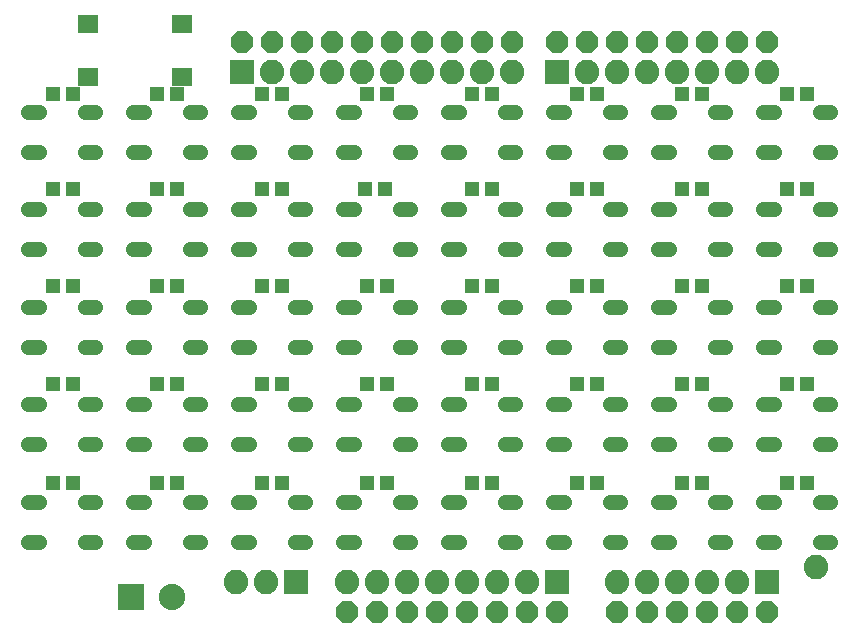
<source format=gts>
G75*
%MOIN*%
%OFA0B0*%
%FSLAX24Y24*%
%IPPOS*%
%LPD*%
%AMOC8*
5,1,8,0,0,1.08239X$1,22.5*
%
%ADD10OC8,0.0740*%
%ADD11C,0.0513*%
%ADD12R,0.0513X0.0474*%
%ADD13C,0.0880*%
%ADD14R,0.0880X0.0880*%
%ADD15R,0.0820X0.0820*%
%ADD16C,0.0820*%
%ADD17R,0.0690X0.0592*%
D10*
X013752Y001500D03*
X014752Y001500D03*
X015752Y001500D03*
X016752Y001500D03*
X017752Y001500D03*
X018752Y001500D03*
X019752Y001500D03*
X020752Y001500D03*
X022752Y001500D03*
X023752Y001500D03*
X024752Y001500D03*
X025752Y001500D03*
X026752Y001500D03*
X027752Y001500D03*
X027752Y020500D03*
X026752Y020500D03*
X025752Y020500D03*
X024752Y020500D03*
X023752Y020500D03*
X022752Y020500D03*
X021752Y020500D03*
X020752Y020500D03*
X019252Y020500D03*
X018252Y020500D03*
X017252Y020500D03*
X016252Y020500D03*
X015252Y020500D03*
X014252Y020500D03*
X013252Y020500D03*
X012252Y020500D03*
X011252Y020500D03*
X010252Y020500D03*
D11*
X003484Y003831D02*
X003130Y003831D01*
X003484Y003831D02*
X003484Y003831D01*
X003130Y003831D01*
X003130Y003831D01*
X003130Y005169D02*
X003484Y005169D01*
X003484Y005169D01*
X003130Y005169D01*
X003130Y005169D01*
X005020Y005169D02*
X005374Y005169D01*
X005374Y005169D01*
X005020Y005169D01*
X005020Y005169D01*
X005020Y003831D02*
X005374Y003831D01*
X005374Y003831D01*
X005020Y003831D01*
X005020Y003831D01*
X006630Y003831D02*
X006984Y003831D01*
X006984Y003831D01*
X006630Y003831D01*
X006630Y003831D01*
X006630Y005169D02*
X006984Y005169D01*
X006984Y005169D01*
X006630Y005169D01*
X006630Y005169D01*
X008520Y005169D02*
X008874Y005169D01*
X008874Y005169D01*
X008520Y005169D01*
X008520Y005169D01*
X010130Y005169D02*
X010484Y005169D01*
X010484Y005169D01*
X010130Y005169D01*
X010130Y005169D01*
X010130Y003831D02*
X010484Y003831D01*
X010484Y003831D01*
X010130Y003831D01*
X010130Y003831D01*
X008874Y003831D02*
X008520Y003831D01*
X008874Y003831D02*
X008874Y003831D01*
X008520Y003831D01*
X008520Y003831D01*
X012020Y003831D02*
X012374Y003831D01*
X012374Y003831D01*
X012020Y003831D01*
X012020Y003831D01*
X012020Y005169D02*
X012374Y005169D01*
X012374Y005169D01*
X012020Y005169D01*
X012020Y005169D01*
X013630Y005169D02*
X013984Y005169D01*
X013984Y005169D01*
X013630Y005169D01*
X013630Y005169D01*
X013630Y003831D02*
X013984Y003831D01*
X013984Y003831D01*
X013630Y003831D01*
X013630Y003831D01*
X015520Y003831D02*
X015874Y003831D01*
X015874Y003831D01*
X015520Y003831D01*
X015520Y003831D01*
X017130Y003831D02*
X017484Y003831D01*
X017484Y003831D01*
X017130Y003831D01*
X017130Y003831D01*
X017130Y005169D02*
X017484Y005169D01*
X017484Y005169D01*
X017130Y005169D01*
X017130Y005169D01*
X015874Y005169D02*
X015520Y005169D01*
X015874Y005169D02*
X015874Y005169D01*
X015520Y005169D01*
X015520Y005169D01*
X015520Y007081D02*
X015874Y007081D01*
X015874Y007081D01*
X015520Y007081D01*
X015520Y007081D01*
X017130Y007081D02*
X017484Y007081D01*
X017484Y007081D01*
X017130Y007081D01*
X017130Y007081D01*
X017130Y008419D02*
X017484Y008419D01*
X017484Y008419D01*
X017130Y008419D01*
X017130Y008419D01*
X015874Y008419D02*
X015520Y008419D01*
X015874Y008419D02*
X015874Y008419D01*
X015520Y008419D01*
X015520Y008419D01*
X013984Y008419D02*
X013630Y008419D01*
X013984Y008419D02*
X013984Y008419D01*
X013630Y008419D01*
X013630Y008419D01*
X012374Y008419D02*
X012020Y008419D01*
X012374Y008419D02*
X012374Y008419D01*
X012020Y008419D01*
X012020Y008419D01*
X012020Y007081D02*
X012374Y007081D01*
X012374Y007081D01*
X012020Y007081D01*
X012020Y007081D01*
X010484Y007081D02*
X010130Y007081D01*
X010484Y007081D02*
X010484Y007081D01*
X010130Y007081D01*
X010130Y007081D01*
X008874Y007081D02*
X008520Y007081D01*
X008874Y007081D02*
X008874Y007081D01*
X008520Y007081D01*
X008520Y007081D01*
X008520Y008419D02*
X008874Y008419D01*
X008874Y008419D01*
X008520Y008419D01*
X008520Y008419D01*
X010130Y008419D02*
X010484Y008419D01*
X010484Y008419D01*
X010130Y008419D01*
X010130Y008419D01*
X010130Y010331D02*
X010484Y010331D01*
X010484Y010331D01*
X010130Y010331D01*
X010130Y010331D01*
X008874Y010331D02*
X008520Y010331D01*
X008874Y010331D02*
X008874Y010331D01*
X008520Y010331D01*
X008520Y010331D01*
X008520Y011669D02*
X008874Y011669D01*
X008874Y011669D01*
X008520Y011669D01*
X008520Y011669D01*
X010130Y011669D02*
X010484Y011669D01*
X010484Y011669D01*
X010130Y011669D01*
X010130Y011669D01*
X012020Y011669D02*
X012374Y011669D01*
X012374Y011669D01*
X012020Y011669D01*
X012020Y011669D01*
X012020Y010331D02*
X012374Y010331D01*
X012374Y010331D01*
X012020Y010331D01*
X012020Y010331D01*
X013630Y010331D02*
X013984Y010331D01*
X013984Y010331D01*
X013630Y010331D01*
X013630Y010331D01*
X013630Y011669D02*
X013984Y011669D01*
X013984Y011669D01*
X013630Y011669D01*
X013630Y011669D01*
X015520Y011669D02*
X015874Y011669D01*
X015874Y011669D01*
X015520Y011669D01*
X015520Y011669D01*
X017130Y011669D02*
X017484Y011669D01*
X017484Y011669D01*
X017130Y011669D01*
X017130Y011669D01*
X017130Y010331D02*
X017484Y010331D01*
X017484Y010331D01*
X017130Y010331D01*
X017130Y010331D01*
X015874Y010331D02*
X015520Y010331D01*
X015874Y010331D02*
X015874Y010331D01*
X015520Y010331D01*
X015520Y010331D01*
X019020Y010331D02*
X019374Y010331D01*
X019374Y010331D01*
X019020Y010331D01*
X019020Y010331D01*
X019020Y011669D02*
X019374Y011669D01*
X019374Y011669D01*
X019020Y011669D01*
X019020Y011669D01*
X020630Y011669D02*
X020984Y011669D01*
X020984Y011669D01*
X020630Y011669D01*
X020630Y011669D01*
X020630Y010331D02*
X020984Y010331D01*
X020984Y010331D01*
X020630Y010331D01*
X020630Y010331D01*
X022520Y010331D02*
X022874Y010331D01*
X022874Y010331D01*
X022520Y010331D01*
X022520Y010331D01*
X024130Y010331D02*
X024484Y010331D01*
X024484Y010331D01*
X024130Y010331D01*
X024130Y010331D01*
X024130Y011669D02*
X024484Y011669D01*
X024484Y011669D01*
X024130Y011669D01*
X024130Y011669D01*
X022874Y011669D02*
X022520Y011669D01*
X022874Y011669D02*
X022874Y011669D01*
X022520Y011669D01*
X022520Y011669D01*
X022520Y013581D02*
X022874Y013581D01*
X022874Y013581D01*
X022520Y013581D01*
X022520Y013581D01*
X024130Y013581D02*
X024484Y013581D01*
X024484Y013581D01*
X024130Y013581D01*
X024130Y013581D01*
X024130Y014919D02*
X024484Y014919D01*
X024484Y014919D01*
X024130Y014919D01*
X024130Y014919D01*
X022874Y014919D02*
X022520Y014919D01*
X022874Y014919D02*
X022874Y014919D01*
X022520Y014919D01*
X022520Y014919D01*
X020984Y014919D02*
X020630Y014919D01*
X020984Y014919D02*
X020984Y014919D01*
X020630Y014919D01*
X020630Y014919D01*
X019374Y014919D02*
X019020Y014919D01*
X019374Y014919D02*
X019374Y014919D01*
X019020Y014919D01*
X019020Y014919D01*
X019020Y013581D02*
X019374Y013581D01*
X019374Y013581D01*
X019020Y013581D01*
X019020Y013581D01*
X017484Y013581D02*
X017130Y013581D01*
X017484Y013581D02*
X017484Y013581D01*
X017130Y013581D01*
X017130Y013581D01*
X015874Y013581D02*
X015520Y013581D01*
X015874Y013581D02*
X015874Y013581D01*
X015520Y013581D01*
X015520Y013581D01*
X015520Y014919D02*
X015874Y014919D01*
X015874Y014919D01*
X015520Y014919D01*
X015520Y014919D01*
X017130Y014919D02*
X017484Y014919D01*
X017484Y014919D01*
X017130Y014919D01*
X017130Y014919D01*
X017130Y016831D02*
X017484Y016831D01*
X017484Y016831D01*
X017130Y016831D01*
X017130Y016831D01*
X015874Y016831D02*
X015520Y016831D01*
X015874Y016831D02*
X015874Y016831D01*
X015520Y016831D01*
X015520Y016831D01*
X015520Y018169D02*
X015874Y018169D01*
X015874Y018169D01*
X015520Y018169D01*
X015520Y018169D01*
X017130Y018169D02*
X017484Y018169D01*
X017484Y018169D01*
X017130Y018169D01*
X017130Y018169D01*
X019020Y018169D02*
X019374Y018169D01*
X019374Y018169D01*
X019020Y018169D01*
X019020Y018169D01*
X019020Y016831D02*
X019374Y016831D01*
X019374Y016831D01*
X019020Y016831D01*
X019020Y016831D01*
X020630Y016831D02*
X020984Y016831D01*
X020984Y016831D01*
X020630Y016831D01*
X020630Y016831D01*
X020630Y018169D02*
X020984Y018169D01*
X020984Y018169D01*
X020630Y018169D01*
X020630Y018169D01*
X022520Y018169D02*
X022874Y018169D01*
X022874Y018169D01*
X022520Y018169D01*
X022520Y018169D01*
X024130Y018169D02*
X024484Y018169D01*
X024484Y018169D01*
X024130Y018169D01*
X024130Y018169D01*
X024130Y016831D02*
X024484Y016831D01*
X024484Y016831D01*
X024130Y016831D01*
X024130Y016831D01*
X022874Y016831D02*
X022520Y016831D01*
X022874Y016831D02*
X022874Y016831D01*
X022520Y016831D01*
X022520Y016831D01*
X026020Y016831D02*
X026374Y016831D01*
X026374Y016831D01*
X026020Y016831D01*
X026020Y016831D01*
X026020Y018169D02*
X026374Y018169D01*
X026374Y018169D01*
X026020Y018169D01*
X026020Y018169D01*
X027630Y018169D02*
X027984Y018169D01*
X027984Y018169D01*
X027630Y018169D01*
X027630Y018169D01*
X027630Y016831D02*
X027984Y016831D01*
X027984Y016831D01*
X027630Y016831D01*
X027630Y016831D01*
X029520Y016831D02*
X029874Y016831D01*
X029874Y016831D01*
X029520Y016831D01*
X029520Y016831D01*
X029520Y018169D02*
X029874Y018169D01*
X029874Y018169D01*
X029520Y018169D01*
X029520Y018169D01*
X029520Y014919D02*
X029874Y014919D01*
X029874Y014919D01*
X029520Y014919D01*
X029520Y014919D01*
X029520Y013581D02*
X029874Y013581D01*
X029874Y013581D01*
X029520Y013581D01*
X029520Y013581D01*
X027984Y013581D02*
X027630Y013581D01*
X027984Y013581D02*
X027984Y013581D01*
X027630Y013581D01*
X027630Y013581D01*
X026374Y013581D02*
X026020Y013581D01*
X026374Y013581D02*
X026374Y013581D01*
X026020Y013581D01*
X026020Y013581D01*
X026020Y014919D02*
X026374Y014919D01*
X026374Y014919D01*
X026020Y014919D01*
X026020Y014919D01*
X027630Y014919D02*
X027984Y014919D01*
X027984Y014919D01*
X027630Y014919D01*
X027630Y014919D01*
X027630Y011669D02*
X027984Y011669D01*
X027984Y011669D01*
X027630Y011669D01*
X027630Y011669D01*
X026374Y011669D02*
X026020Y011669D01*
X026374Y011669D02*
X026374Y011669D01*
X026020Y011669D01*
X026020Y011669D01*
X026020Y010331D02*
X026374Y010331D01*
X026374Y010331D01*
X026020Y010331D01*
X026020Y010331D01*
X027630Y010331D02*
X027984Y010331D01*
X027984Y010331D01*
X027630Y010331D01*
X027630Y010331D01*
X029520Y010331D02*
X029874Y010331D01*
X029874Y010331D01*
X029520Y010331D01*
X029520Y010331D01*
X029520Y011669D02*
X029874Y011669D01*
X029874Y011669D01*
X029520Y011669D01*
X029520Y011669D01*
X029520Y008419D02*
X029874Y008419D01*
X029874Y008419D01*
X029520Y008419D01*
X029520Y008419D01*
X029520Y007081D02*
X029874Y007081D01*
X029874Y007081D01*
X029520Y007081D01*
X029520Y007081D01*
X027984Y007081D02*
X027630Y007081D01*
X027984Y007081D02*
X027984Y007081D01*
X027630Y007081D01*
X027630Y007081D01*
X026374Y007081D02*
X026020Y007081D01*
X026374Y007081D02*
X026374Y007081D01*
X026020Y007081D01*
X026020Y007081D01*
X026020Y008419D02*
X026374Y008419D01*
X026374Y008419D01*
X026020Y008419D01*
X026020Y008419D01*
X024484Y008419D02*
X024130Y008419D01*
X024484Y008419D02*
X024484Y008419D01*
X024130Y008419D01*
X024130Y008419D01*
X022874Y008419D02*
X022520Y008419D01*
X022874Y008419D02*
X022874Y008419D01*
X022520Y008419D01*
X022520Y008419D01*
X022520Y007081D02*
X022874Y007081D01*
X022874Y007081D01*
X022520Y007081D01*
X022520Y007081D01*
X024130Y007081D02*
X024484Y007081D01*
X024484Y007081D01*
X024130Y007081D01*
X024130Y007081D01*
X024130Y005169D02*
X024484Y005169D01*
X024484Y005169D01*
X024130Y005169D01*
X024130Y005169D01*
X022874Y005169D02*
X022520Y005169D01*
X022874Y005169D02*
X022874Y005169D01*
X022520Y005169D01*
X022520Y005169D01*
X022520Y003831D02*
X022874Y003831D01*
X022874Y003831D01*
X022520Y003831D01*
X022520Y003831D01*
X024130Y003831D02*
X024484Y003831D01*
X024484Y003831D01*
X024130Y003831D01*
X024130Y003831D01*
X026020Y003831D02*
X026374Y003831D01*
X026374Y003831D01*
X026020Y003831D01*
X026020Y003831D01*
X026020Y005169D02*
X026374Y005169D01*
X026374Y005169D01*
X026020Y005169D01*
X026020Y005169D01*
X027630Y005169D02*
X027984Y005169D01*
X027984Y005169D01*
X027630Y005169D01*
X027630Y005169D01*
X027630Y003831D02*
X027984Y003831D01*
X027984Y003831D01*
X027630Y003831D01*
X027630Y003831D01*
X029520Y003831D02*
X029874Y003831D01*
X029874Y003831D01*
X029520Y003831D01*
X029520Y003831D01*
X029520Y005169D02*
X029874Y005169D01*
X029874Y005169D01*
X029520Y005169D01*
X029520Y005169D01*
X027984Y008419D02*
X027630Y008419D01*
X027984Y008419D02*
X027984Y008419D01*
X027630Y008419D01*
X027630Y008419D01*
X020984Y008419D02*
X020630Y008419D01*
X020984Y008419D02*
X020984Y008419D01*
X020630Y008419D01*
X020630Y008419D01*
X019374Y008419D02*
X019020Y008419D01*
X019374Y008419D02*
X019374Y008419D01*
X019020Y008419D01*
X019020Y008419D01*
X019020Y007081D02*
X019374Y007081D01*
X019374Y007081D01*
X019020Y007081D01*
X019020Y007081D01*
X020630Y007081D02*
X020984Y007081D01*
X020984Y007081D01*
X020630Y007081D01*
X020630Y007081D01*
X020630Y005169D02*
X020984Y005169D01*
X020984Y005169D01*
X020630Y005169D01*
X020630Y005169D01*
X019374Y005169D02*
X019020Y005169D01*
X019374Y005169D02*
X019374Y005169D01*
X019020Y005169D01*
X019020Y005169D01*
X019020Y003831D02*
X019374Y003831D01*
X019374Y003831D01*
X019020Y003831D01*
X019020Y003831D01*
X020630Y003831D02*
X020984Y003831D01*
X020984Y003831D01*
X020630Y003831D01*
X020630Y003831D01*
X013984Y007081D02*
X013630Y007081D01*
X013984Y007081D02*
X013984Y007081D01*
X013630Y007081D01*
X013630Y007081D01*
X006984Y007081D02*
X006630Y007081D01*
X006984Y007081D02*
X006984Y007081D01*
X006630Y007081D01*
X006630Y007081D01*
X005374Y007081D02*
X005020Y007081D01*
X005374Y007081D02*
X005374Y007081D01*
X005020Y007081D01*
X005020Y007081D01*
X005020Y008419D02*
X005374Y008419D01*
X005374Y008419D01*
X005020Y008419D01*
X005020Y008419D01*
X003484Y008419D02*
X003130Y008419D01*
X003484Y008419D02*
X003484Y008419D01*
X003130Y008419D01*
X003130Y008419D01*
X003130Y007081D02*
X003484Y007081D01*
X003484Y007081D01*
X003130Y007081D01*
X003130Y007081D01*
X006630Y008419D02*
X006984Y008419D01*
X006984Y008419D01*
X006630Y008419D01*
X006630Y008419D01*
X006630Y010331D02*
X006984Y010331D01*
X006984Y010331D01*
X006630Y010331D01*
X006630Y010331D01*
X005374Y010331D02*
X005020Y010331D01*
X005374Y010331D02*
X005374Y010331D01*
X005020Y010331D01*
X005020Y010331D01*
X005020Y011669D02*
X005374Y011669D01*
X005374Y011669D01*
X005020Y011669D01*
X005020Y011669D01*
X003484Y011669D02*
X003130Y011669D01*
X003484Y011669D02*
X003484Y011669D01*
X003130Y011669D01*
X003130Y011669D01*
X003130Y010331D02*
X003484Y010331D01*
X003484Y010331D01*
X003130Y010331D01*
X003130Y010331D01*
X006630Y011669D02*
X006984Y011669D01*
X006984Y011669D01*
X006630Y011669D01*
X006630Y011669D01*
X006630Y013581D02*
X006984Y013581D01*
X006984Y013581D01*
X006630Y013581D01*
X006630Y013581D01*
X005374Y013581D02*
X005020Y013581D01*
X005374Y013581D02*
X005374Y013581D01*
X005020Y013581D01*
X005020Y013581D01*
X005020Y014919D02*
X005374Y014919D01*
X005374Y014919D01*
X005020Y014919D01*
X005020Y014919D01*
X003484Y014919D02*
X003130Y014919D01*
X003484Y014919D02*
X003484Y014919D01*
X003130Y014919D01*
X003130Y014919D01*
X003130Y013581D02*
X003484Y013581D01*
X003484Y013581D01*
X003130Y013581D01*
X003130Y013581D01*
X006630Y014919D02*
X006984Y014919D01*
X006984Y014919D01*
X006630Y014919D01*
X006630Y014919D01*
X008520Y014919D02*
X008874Y014919D01*
X008874Y014919D01*
X008520Y014919D01*
X008520Y014919D01*
X010130Y014919D02*
X010484Y014919D01*
X010484Y014919D01*
X010130Y014919D01*
X010130Y014919D01*
X010130Y013581D02*
X010484Y013581D01*
X010484Y013581D01*
X010130Y013581D01*
X010130Y013581D01*
X008874Y013581D02*
X008520Y013581D01*
X008874Y013581D02*
X008874Y013581D01*
X008520Y013581D01*
X008520Y013581D01*
X012020Y013581D02*
X012374Y013581D01*
X012374Y013581D01*
X012020Y013581D01*
X012020Y013581D01*
X012020Y014919D02*
X012374Y014919D01*
X012374Y014919D01*
X012020Y014919D01*
X012020Y014919D01*
X013630Y014919D02*
X013984Y014919D01*
X013984Y014919D01*
X013630Y014919D01*
X013630Y014919D01*
X013630Y013581D02*
X013984Y013581D01*
X013984Y013581D01*
X013630Y013581D01*
X013630Y013581D01*
X013630Y016831D02*
X013984Y016831D01*
X013984Y016831D01*
X013630Y016831D01*
X013630Y016831D01*
X012374Y016831D02*
X012020Y016831D01*
X012374Y016831D02*
X012374Y016831D01*
X012020Y016831D01*
X012020Y016831D01*
X012020Y018169D02*
X012374Y018169D01*
X012374Y018169D01*
X012020Y018169D01*
X012020Y018169D01*
X010484Y018169D02*
X010130Y018169D01*
X010484Y018169D02*
X010484Y018169D01*
X010130Y018169D01*
X010130Y018169D01*
X008874Y018169D02*
X008520Y018169D01*
X008874Y018169D02*
X008874Y018169D01*
X008520Y018169D01*
X008520Y018169D01*
X008520Y016831D02*
X008874Y016831D01*
X008874Y016831D01*
X008520Y016831D01*
X008520Y016831D01*
X010130Y016831D02*
X010484Y016831D01*
X010484Y016831D01*
X010130Y016831D01*
X010130Y016831D01*
X006984Y016831D02*
X006630Y016831D01*
X006984Y016831D02*
X006984Y016831D01*
X006630Y016831D01*
X006630Y016831D01*
X005374Y016831D02*
X005020Y016831D01*
X005374Y016831D02*
X005374Y016831D01*
X005020Y016831D01*
X005020Y016831D01*
X005020Y018169D02*
X005374Y018169D01*
X005374Y018169D01*
X005020Y018169D01*
X005020Y018169D01*
X003484Y018169D02*
X003130Y018169D01*
X003484Y018169D02*
X003484Y018169D01*
X003130Y018169D01*
X003130Y018169D01*
X003130Y016831D02*
X003484Y016831D01*
X003484Y016831D01*
X003130Y016831D01*
X003130Y016831D01*
X006630Y018169D02*
X006984Y018169D01*
X006984Y018169D01*
X006630Y018169D01*
X006630Y018169D01*
X013630Y018169D02*
X013984Y018169D01*
X013984Y018169D01*
X013630Y018169D01*
X013630Y018169D01*
X020630Y013581D02*
X020984Y013581D01*
X020984Y013581D01*
X020630Y013581D01*
X020630Y013581D01*
D12*
X021418Y012350D03*
X022087Y012350D03*
X024918Y012350D03*
X025587Y012350D03*
X028418Y012350D03*
X029087Y012350D03*
X029087Y009100D03*
X028418Y009100D03*
X025587Y009100D03*
X024918Y009100D03*
X022087Y009100D03*
X021418Y009100D03*
X018587Y009100D03*
X017918Y009100D03*
X015087Y009100D03*
X014418Y009100D03*
X011587Y009100D03*
X010918Y009100D03*
X008087Y009100D03*
X007418Y009100D03*
X004637Y009100D03*
X003968Y009100D03*
X003968Y012350D03*
X004637Y012350D03*
X007418Y012350D03*
X008087Y012350D03*
X010918Y012350D03*
X011587Y012350D03*
X014418Y012350D03*
X015087Y012350D03*
X017918Y012350D03*
X018587Y012350D03*
X018587Y015600D03*
X017918Y015600D03*
X015037Y015600D03*
X014368Y015600D03*
X011587Y015600D03*
X010918Y015600D03*
X008087Y015600D03*
X007418Y015600D03*
X004637Y015600D03*
X003968Y015600D03*
X003968Y018750D03*
X004637Y018750D03*
X007418Y018750D03*
X008087Y018750D03*
X010918Y018750D03*
X011587Y018750D03*
X014418Y018750D03*
X015087Y018750D03*
X017918Y018750D03*
X018587Y018750D03*
X021418Y018750D03*
X022087Y018750D03*
X024918Y018750D03*
X025587Y018750D03*
X028418Y018750D03*
X029087Y018750D03*
X029087Y015600D03*
X028418Y015600D03*
X025587Y015600D03*
X024918Y015600D03*
X022087Y015600D03*
X021418Y015600D03*
X021418Y005800D03*
X022087Y005800D03*
X024918Y005800D03*
X025587Y005800D03*
X028418Y005800D03*
X029087Y005800D03*
X018587Y005800D03*
X017918Y005800D03*
X015087Y005800D03*
X014418Y005800D03*
X011587Y005800D03*
X010918Y005800D03*
X008087Y005800D03*
X007418Y005800D03*
X004637Y005800D03*
X003968Y005800D03*
D13*
X007941Y002000D03*
D14*
X006563Y002000D03*
D15*
X012052Y002500D03*
X020752Y002500D03*
X027752Y002500D03*
X020752Y019500D03*
X010252Y019500D03*
D16*
X011252Y019500D03*
X012252Y019500D03*
X013252Y019500D03*
X014252Y019500D03*
X015252Y019500D03*
X016252Y019500D03*
X017252Y019500D03*
X018252Y019500D03*
X019252Y019500D03*
X021752Y019500D03*
X022752Y019500D03*
X023752Y019500D03*
X024752Y019500D03*
X025752Y019500D03*
X026752Y019500D03*
X027752Y019500D03*
X029402Y003000D03*
X026752Y002500D03*
X025752Y002500D03*
X024752Y002500D03*
X023752Y002500D03*
X022752Y002500D03*
X019752Y002500D03*
X018752Y002500D03*
X017752Y002500D03*
X016752Y002500D03*
X015752Y002500D03*
X014752Y002500D03*
X013752Y002500D03*
X011052Y002500D03*
X010052Y002500D03*
D17*
X008267Y019314D03*
X008267Y021086D03*
X005137Y021086D03*
X005137Y019314D03*
M02*

</source>
